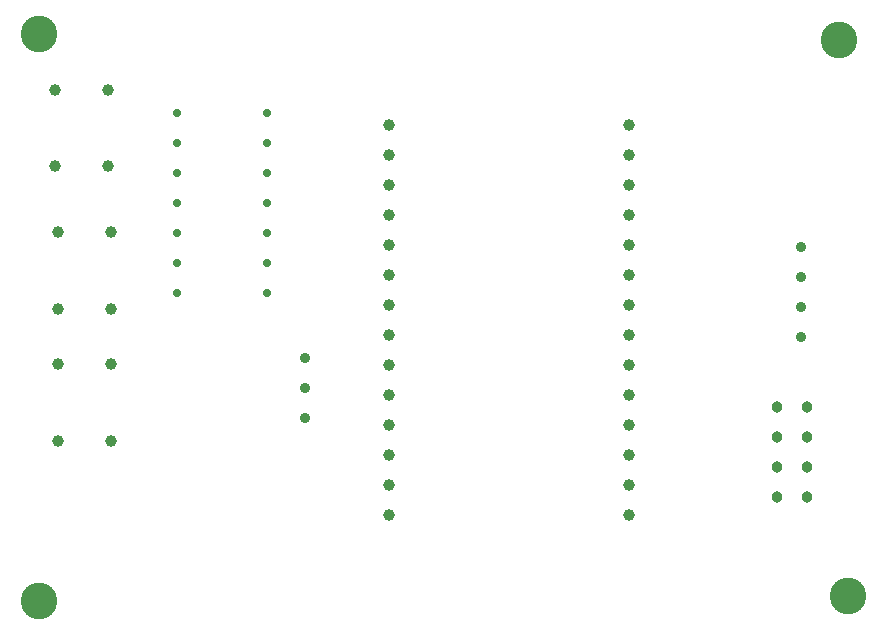
<source format=gbr>
G04 Layer_Color=0*
%FSLAX26Y26*%
%MOIN*%
%TF.FileFunction,Plated,1,2,PTH,Drill*%
%TF.Part,Single*%
G01*
G75*
%TA.AperFunction,ComponentDrill*%
%ADD26C,0.039370*%
%ADD27C,0.035433*%
%ADD28C,0.039370*%
%ADD29C,0.038000*%
%TA.AperFunction,OtherDrill,Pad Free-2 (2515mil,4920mil)*%
%ADD30C,0.122047*%
%TA.AperFunction,OtherDrill,Pad Free-2 (5180mil,4900mil)*%
%ADD31C,0.122047*%
%TA.AperFunction,OtherDrill,Pad Free-2 (2515mil,3030mil)*%
%ADD32C,0.122047*%
%TA.AperFunction,OtherDrill,Pad Free-2 (5210mil,3045mil)*%
%ADD33C,0.122047*%
%TA.AperFunction,ComponentDrill*%
%ADD34C,0.027559*%
D26*
X2753583Y3562047D02*
D03*
Y3817953D02*
D03*
X2576417Y3562047D02*
D03*
Y3817953D02*
D03*
X2743583Y4477047D02*
D03*
Y4732953D02*
D03*
X2566417Y4477047D02*
D03*
Y4732953D02*
D03*
X2753583Y4002047D02*
D03*
Y4257953D02*
D03*
X2576417Y4002047D02*
D03*
Y4257953D02*
D03*
D27*
X5055000Y4210000D02*
D03*
Y4110000D02*
D03*
Y4010000D02*
D03*
Y3910000D02*
D03*
X3400000Y3640000D02*
D03*
Y3740000D02*
D03*
Y3840000D02*
D03*
D28*
X3680000Y3315000D02*
D03*
Y3415000D02*
D03*
Y3515000D02*
D03*
Y3615000D02*
D03*
Y3715000D02*
D03*
Y3815000D02*
D03*
Y3915000D02*
D03*
Y4015000D02*
D03*
Y4115000D02*
D03*
Y4215000D02*
D03*
Y4315000D02*
D03*
Y4415000D02*
D03*
Y4515000D02*
D03*
Y4615000D02*
D03*
X4480000D02*
D03*
Y4515000D02*
D03*
Y4415000D02*
D03*
Y4315000D02*
D03*
Y4215000D02*
D03*
Y4115000D02*
D03*
Y4015000D02*
D03*
Y3915000D02*
D03*
Y3815000D02*
D03*
Y3715000D02*
D03*
Y3615000D02*
D03*
Y3515000D02*
D03*
Y3415000D02*
D03*
Y3315000D02*
D03*
D29*
X4975000Y3675000D02*
D03*
X5075000D02*
D03*
X4975000Y3575000D02*
D03*
X5075000D02*
D03*
X4975000Y3475000D02*
D03*
X5075000D02*
D03*
Y3375000D02*
D03*
X4975000D02*
D03*
D30*
X2515000Y4920000D02*
D03*
D31*
X5180000Y4900000D02*
D03*
D32*
X2515000Y3030000D02*
D03*
D33*
X5210000Y3045000D02*
D03*
D34*
X2975000Y4655000D02*
D03*
Y4555000D02*
D03*
Y4455000D02*
D03*
Y4355000D02*
D03*
Y4255000D02*
D03*
Y4155000D02*
D03*
Y4055000D02*
D03*
X3275000Y4655000D02*
D03*
Y4555000D02*
D03*
Y4455000D02*
D03*
Y4355000D02*
D03*
Y4255000D02*
D03*
Y4155000D02*
D03*
Y4055000D02*
D03*
%TF.MD5,856c421bfa2670415fa4cf5488050eea*%
M02*

</source>
